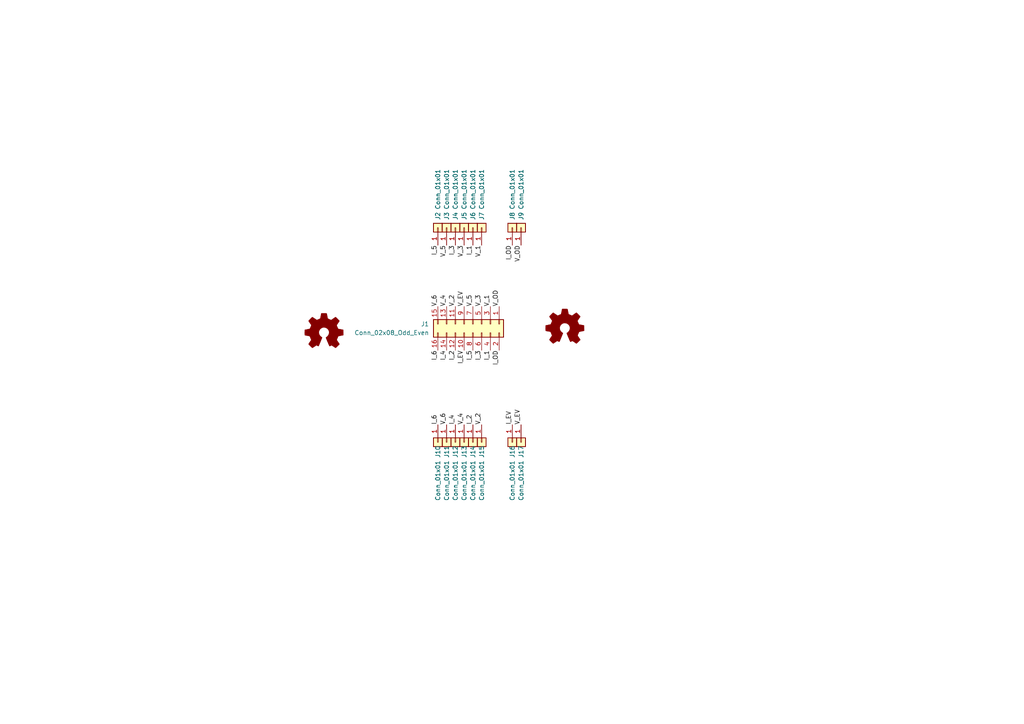
<source format=kicad_sch>
(kicad_sch (version 20250114) (generator "eeschema") (generator_version "9.0")
  (paper "A4")
  (lib_symbols
    (symbol "Connector_Generic:Conn_01x01" (pin_names (offset 1.016) (hide yes))
      (property "Reference" "J" (at 0 2.54 0))
      (property "Value" "Conn_01x01" (at 0 -2.54 0))
      (symbol "Conn_01x01_1_1"
        (rectangle (start -1.27 1.27) (end 1.27 -1.27) (stroke (width 0.254)) (fill (type background)))
        (rectangle (start -1.27 0.127) (end 0 -0.127) (stroke (width 0.1524)))
        (pin passive line (at -5.08 0 0) (length 3.81) (name "Pin_1") (number "1"))
      )
    )
    (symbol "Connector_Generic:Conn_02x08_Odd_Even" (pin_names (offset 1.016) (hide yes))
      (property "Reference" "J" (at 1.27 10.16 0))
      (property "Value" "Conn_02x08_Odd_Even" (at 1.27 -12.7 0))
      (symbol "Conn_02x08_Odd_Even_1_1"
        (rectangle (start -1.27 8.89) (end 3.81 -11.43) (stroke (width 0.254)) (fill (type background)))
        (rectangle (start -1.27 7.747) (end 0 7.493) (stroke (width 0.1524)))
        (rectangle (start -1.27 5.207) (end 0 4.953) (stroke (width 0.1524)))
        (rectangle (start -1.27 2.667) (end 0 2.413) (stroke (width 0.1524)))
        (rectangle (start -1.27 0.127) (end 0 -0.127) (stroke (width 0.1524)))
        (rectangle (start -1.27 -2.413) (end 0 -2.667) (stroke (width 0.1524)))
        (rectangle (start -1.27 -4.953) (end 0 -5.207) (stroke (width 0.1524)))
        (rectangle (start -1.27 -7.493) (end 0 -7.747) (stroke (width 0.1524)))
        (rectangle (start -1.27 -10.033) (end 0 -10.287) (stroke (width 0.1524)))
        (rectangle (start 3.81 7.747) (end 2.54 7.493) (stroke (width 0.1524)))
        (rectangle (start 3.81 5.207) (end 2.54 4.953) (stroke (width 0.1524)))
        (rectangle (start 3.81 2.667) (end 2.54 2.413) (stroke (width 0.1524)))
        (rectangle (start 3.81 0.127) (end 2.54 -0.127) (stroke (width 0.1524)))
        (rectangle (start 3.81 -2.413) (end 2.54 -2.667) (stroke (width 0.1524)))
        (rectangle (start 3.81 -4.953) (end 2.54 -5.207) (stroke (width 0.1524)))
        (rectangle (start 3.81 -7.493) (end 2.54 -7.747) (stroke (width 0.1524)))
        (rectangle (start 3.81 -10.033) (end 2.54 -10.287) (stroke (width 0.1524)))
        (pin passive line (at -5.08 7.62 0) (length 3.81) (name "Pin_1") (number "1"))
        (pin passive line (at -5.08 5.08 0) (length 3.81) (name "Pin_3") (number "3"))
        (pin passive line (at -5.08 2.54 0) (length 3.81) (name "Pin_5") (number "5"))
        (pin passive line (at -5.08 0 0) (length 3.81) (name "Pin_7") (number "7"))
        (pin passive line (at -5.08 -2.54 0) (length 3.81) (name "Pin_9") (number "9"))
        (pin passive line (at -5.08 -5.08 0) (length 3.81) (name "Pin_11") (number "11"))
        (pin passive line (at -5.08 -7.62 0) (length 3.81) (name "Pin_13") (number "13"))
        (pin passive line (at -5.08 -10.16 0) (length 3.81) (name "Pin_15") (number "15"))
        (pin passive line (at 7.62 7.62 180) (length 3.81) (name "Pin_2") (number "2"))
        (pin passive line (at 7.62 5.08 180) (length 3.81) (name "Pin_4") (number "4"))
        (pin passive line (at 7.62 2.54 180) (length 3.81) (name "Pin_6") (number "6"))
        (pin passive line (at 7.62 0 180) (length 3.81) (name "Pin_8") (number "8"))
        (pin passive line (at 7.62 -2.54 180) (length 3.81) (name "Pin_10") (number "10"))
        (pin passive line (at 7.62 -5.08 180) (length 3.81) (name "Pin_12") (number "12"))
        (pin passive line (at 7.62 -7.62 180) (length 3.81) (name "Pin_14") (number "14"))
        (pin passive line (at 7.62 -10.16 180) (length 3.81) (name "Pin_16") (number "16"))
      )
    )
    (symbol "Graphic:Logo_Open_Hardware_Small" (in_bom no) (on_board no)
      (symbol "Logo_Open_Hardware_Small_0_1"
        (polyline (pts (xy 3.3528 -4.3434) (xy 3.302 -4.318) (xy 3.175 -4.2418) (xy 2.9972 -4.1148) (xy 2.7686 -3.9624) (xy 2.54 -3.81) (xy 2.3622 -3.7084) (xy 2.2352 -3.6068) (xy 2.1844 -3.5814) (xy 2.159 -3.6068) (xy 2.0574 -3.6576) (xy 1.905 -3.7338) (xy 1.8034 -3.7846) (xy 1.6764 -3.8354) (xy 1.6002 -3.8354) (xy 1.6002 -3.8354) (xy 1.5494 -3.7338) (xy 1.4732 -3.5306) (xy 1.3462 -3.302) (xy 1.2446 -3.0226) (xy 1.1176 -2.7178) (xy 0.9652 -2.413) (xy 0.8636 -2.1082) (xy 0.7366 -1.8288) (xy 0.6604 -1.6256) (xy 0.6096 -1.4732) (xy 0.5842 -1.397) (xy 0.5842 -1.397) (xy 0.6604 -1.3208) (xy 0.7874 -1.2446) (xy 1.0414 -1.016) (xy 1.2954 -0.6858) (xy 1.4478 -0.3302) (xy 1.524 0.0762) (xy 1.4732 0.4572) (xy 1.3208 0.8128) (xy 1.0668 1.143) (xy 0.762 1.3716) (xy 0.4064 1.524) (xy 0 1.5748) (xy -0.381 1.5494) (xy -0.7366 1.397) (xy -1.0668 1.143) (xy -1.2192 0.9906) (xy -1.397 0.6604) (xy -1.524 0.3048) (xy -1.524 0.2286) (xy -1.4986 -0.1778) (xy -1.397 -0.5334) (xy -1.1938 -0.8636) (xy -0.9144 -1.143) (xy -0.8636 -1.1684) (xy -0.7366 -1.27) (xy -0.635 -1.3462) (xy -0.5842 -1.397) (xy -1.0668 -2.5908) (xy -1.143 -2.794) (xy -1.2954 -3.1242) (xy -1.397 -3.4036) (xy -1.4986 -3.6322) (xy -1.5748 -3.7846) (xy -1.6002 -3.8354) (xy -1.6002 -3.8354) (xy -1.651 -3.8354) (xy -1.7272 -3.81) (xy -1.905 -3.7338) (xy -2.0066 -3.683) (xy -2.1336 -3.6068) (xy -2.2098 -3.5814) (xy -2.2606 -3.6068) (xy -2.3622 -3.683) (xy -2.54 -3.81) (xy -2.7686 -3.9624) (xy -2.9718 -4.0894) (xy -3.1496 -4.2164) (xy -3.302 -4.318) (xy -3.3528 -4.3434) (xy -3.3782 -4.3434) (xy -3.429 -4.318) (xy -3.5306 -4.2164) (xy -3.7084 -4.064) (xy -3.937 -3.8354) (xy -3.9624 -3.81) (xy -4.1656 -3.6068) (xy -4.318 -3.4544) (xy -4.4196 -3.3274) (xy -4.445 -3.2766) (xy -4.445 -3.2766) (xy -4.4196 -3.2258) (xy -4.318 -3.0734) (xy -4.2164 -2.8956) (xy -4.064 -2.667) (xy -3.6576 -2.0828) (xy -3.8862 -1.5494) (xy -3.937 -1.3716) (xy -4.0386 -1.1684) (xy -4.0894 -1.0414) (xy -4.1148 -0.9652) (xy -4.191 -0.9398) (xy -4.318 -0.9144) (xy -4.5466 -0.8636) (xy -4.8006 -0.8128) (xy -5.0546 -0.7874) (xy -5.2578 -0.7366) (xy -5.4356 -0.7112) (xy -5.5118 -0.6858) (xy -5.5118 -0.6858) (xy -5.5372 -0.635) (xy -5.5372 -0.5588) (xy -5.5372 -0.4318) (xy -5.5626 -0.2286) (xy -5.5626 0.0762) (xy -5.5626 0.127) (xy -5.5372 0.4064) (xy -5.5372 0.635) (xy -5.5372 0.762) (xy -5.5372 0.8382) (xy -5.5372 0.8382) (xy -5.461 0.8382) (xy -5.3086 0.889) (xy -5.08 0.9144) (xy -4.826 0.9652) (xy -4.8006 0.9906) (xy -4.5466 1.0414) (xy -4.318 1.0668) (xy -4.1656 1.1176) (xy -4.0894 1.143) (xy -4.0894 1.143) (xy -4.0386 1.2446) (xy -3.9624 1.4224) (xy -3.8608 1.6256) (xy -3.7846 1.8288) (xy -3.7084 2.0066) (xy -3.6576 2.159) (xy -3.6322 2.2098) (xy -3.6322 2.2098) (xy -3.683 2.286) (xy -3.7592 2.413) (xy -3.8862 2.5908) (xy -4.064 2.8194) (xy -4.064 2.8448) (xy -4.2164 3.0734) (xy -4.3434 3.2512) (xy -4.4196 3.3782) (xy -4.445 3.4544) (xy -4.445 3.4544) (xy -4.3942 3.5052) (xy -4.2926 3.6322) (xy -4.1148 3.81) (xy -3.937 4.0132) (xy -3.8608 4.064) (xy -3.6576 4.2926) (xy -3.5052 4.4196) (xy -3.4036 4.4958) (xy -3.3528 4.5212) (xy -3.3528 4.5212) (xy -3.302 4.4704) (xy -3.1496 4.3688) (xy -2.9718 4.2418) (xy -2.7432 4.0894) (xy -2.7178 4.0894) (xy -2.4892 3.937) (xy -2.3114 3.81) (xy -2.1844 3.7084) (xy -2.1336 3.683) (xy -2.1082 3.683) (xy -2.032 3.7084) (xy -1.8542 3.7592) (xy -1.6764 3.8354) (xy -1.4732 3.937) (xy -1.27 4.0132) (xy -1.143 4.064) (xy -1.0668 4.1148) (xy -1.0668 4.1148) (xy -1.0414 4.191) (xy -1.016 4.3434) (xy -0.9652 4.572) (xy -0.9144 4.8514) (xy -0.889 4.9022) (xy -0.8382 5.1562) (xy -0.8128 5.3848) (xy -0.7874 5.5372) (xy -0.762 5.588) (xy -0.7112 5.6134) (xy -0.5842 5.6134) (xy -0.4064 5.6134) (xy -0.1524 5.6134) (xy 0.0762 5.6134) (xy 0.3302 5.6134) (xy 0.5334 5.6134) (xy 0.6858 5.588) (xy 0.7366 5.588) (xy 0.7366 5.588) (xy 0.762 5.5118) (xy 0.8128 5.334) (xy 0.8382 5.1054) (xy 0.9144 4.826) (xy 0.9144 4.7752) (xy 0.9652 4.5212) (xy 1.016 4.2926) (xy 1.0414 4.1402) (xy 1.0668 4.0894) (xy 1.0668 4.0894) (xy 1.1938 4.0386) (xy 1.3716 3.9624) (xy 1.5748 3.8608) (xy 2.0828 3.6576) (xy 2.7178 4.0894) (xy 2.7686 4.1402) (xy 2.9972 4.2926) (xy 3.175 4.4196) (xy 3.302 4.4958) (xy 3.3782 4.5212) (xy 3.3782 4.5212) (xy 3.429 4.4704) (xy 3.556 4.3434) (xy 3.7338 4.191) (xy 3.9116 3.9878) (xy 4.064 3.8354) (xy 4.2418 3.6576) (xy 4.3434 3.556) (xy 4.4196 3.4798) (xy 4.4196 3.429) (xy 4.4196 3.4036) (xy 4.3942 3.3274) (xy 4.2926 3.2004) (xy 4.1656 2.9972) (xy 4.0132 2.794) (xy 3.8862 2.5908) (xy 3.7592 2.3876) (xy 3.6576 2.2352) (xy 3.6322 2.159) (xy 3.6322 2.1336) (xy 3.683 2.0066) (xy 3.7592 1.8288) (xy 3.8608 1.6002) (xy 4.064 1.1176) (xy 4.3942 1.0414) (xy 4.5974 1.016) (xy 4.8768 0.9652) (xy 5.1308 0.9144) (xy 5.5372 0.8382) (xy 5.5626 -0.6604) (xy 5.4864 -0.6858) (xy 5.4356 -0.6858) (xy 5.2832 -0.7366) (xy 5.0546 -0.762) (xy 4.8006 -0.8128) (xy 4.5974 -0.8636) (xy 4.3688 -0.9144) (xy 4.2164 -0.9398) (xy 4.1402 -0.9398) (xy 4.1148 -0.9652) (xy 4.064 -1.0668) (xy 3.9878 -1.2446) (xy 3.9116 -1.4478) (xy 3.81 -1.651) (xy 3.7338 -1.8542) (xy 3.683 -2.0066) (xy 3.6576 -2.0828) (xy 3.683 -2.1336) (xy 3.7846 -2.2606) (xy 3.8862 -2.4638) (xy 4.0386 -2.667) (xy 4.191 -2.8956) (xy 4.318 -3.0734) (xy 4.3942 -3.2004) (xy 4.445 -3.2766) (xy 4.4196 -3.3274) (xy 4.3434 -3.429) (xy 4.1656 -3.5814) (xy 3.937 -3.8354) (xy 3.8862 -3.8608) (xy 3.683 -4.064) (xy 3.5306 -4.2164) (xy 3.4036 -4.318) (xy 3.3528 -4.3434)) (fill (type outline)))
      )
    )
  )
  (label "V_3" (at 139.7 88.9 90))
  (label "V_OD" (at 151.13 71.12 270))
  (label "I_6" (at 127 123.19 90))
  (label "I_EV" (at 148.59 123.19 90))
  (label "I_3" (at 132.08 71.12 270))
  (label "V_EV" (at 151.13 123.19 90))
  (label "V_OD" (at 144.78 88.9 90))
  (label "I_1" (at 142.24 101.6 270))
  (label "V_1" (at 142.24 88.9 90))
  (label "V_2" (at 139.7 123.19 90))
  (label "V_4" (at 129.54 88.9 90))
  (label "V_3" (at 134.62 71.12 270))
  (label "I_6" (at 127 101.6 270))
  (label "V_5" (at 129.54 71.12 270))
  (label "V_2" (at 132.08 88.9 90))
  (label "V_6" (at 129.54 123.19 90))
  (label "I_OD" (at 144.78 101.6 270))
  (label "I_4" (at 132.08 123.19 90))
  (label "I_OD" (at 148.59 71.12 270))
  (label "I_1" (at 137.16 71.12 270))
  (label "V_4" (at 134.62 123.19 90))
  (label "V_5" (at 137.16 88.9 90))
  (label "I_5" (at 127 71.12 270))
  (label "I_4" (at 129.54 101.6 270))
  (label "I_5" (at 137.16 101.6 270))
  (label "V_1" (at 139.7 71.12 270))
  (label "V_EV" (at 134.62 88.9 90))
  (label "I_EV" (at 134.62 101.6 270))
  (label "I_2" (at 132.08 101.6 270))
  (label "I_3" (at 139.7 101.6 270))
  (label "I_2" (at 137.16 123.19 90))
  (label "V_6" (at 127 88.9 90))
  (symbol (lib_id "Connector_Generic:Conn_01x01") (at 148.59 66.04 90) (unit 1)
    (property "Reference" "J8" (at 148.59 61.468 0) (effects (justify right)))
    (property "Value" "Conn_01x01" (at 148.59 49.022 0) (effects (justify right)))
    (property "Footprint" "custom_footprints:P13-4023+S13-503_OFF" (effects (hide yes)))
    (property "Description" "Generic connector, single row, 01x01, script generated (kicad-library-utils/schlib/autogen/connector/)" (effects (hide yes)))
  )
  (symbol (lib_id "Connector_Generic:Conn_01x01") (at 132.08 128.27 90) (mirror x) (unit 1)
    (property "Reference" "J12" (at 132.08 132.842 0) (effects (justify right)))
    (property "Value" "Conn_01x01" (at 132.08 145.288 0) (effects (justify right)))
    (property "Footprint" "custom_footprints:P13-4023+S13-503_OFF" (effects (hide yes)))
    (property "Description" "Generic connector, single row, 01x01, script generated (kicad-library-utils/schlib/autogen/connector/)" (effects (hide yes)))
  )
  (symbol (lib_id "Connector_Generic:Conn_01x01") (at 127 66.04 90) (unit 1)
    (property "Reference" "J2" (at 127 61.468 0) (effects (justify right)))
    (property "Value" "Conn_01x01" (at 127 49.022 0) (effects (justify right)))
    (property "Footprint" "custom_footprints:P13-4023+S13-503_OFF" (effects (hide yes)))
    (property "Description" "Generic connector, single row, 01x01, script generated (kicad-library-utils/schlib/autogen/connector/)" (effects (hide yes)))
  )
  (symbol (lib_id "Connector_Generic:Conn_01x01") (at 137.16 128.27 90) (mirror x) (unit 1)
    (property "Reference" "J14" (at 137.16 132.842 0) (effects (justify right)))
    (property "Value" "Conn_01x01" (at 137.16 145.288 0) (effects (justify right)))
    (property "Footprint" "custom_footprints:P13-4023+S13-503_OFF" (effects (hide yes)))
    (property "Description" "Generic connector, single row, 01x01, script generated (kicad-library-utils/schlib/autogen/connector/)" (effects (hide yes)))
  )
  (symbol (lib_id "Connector_Generic:Conn_01x01") (at 129.54 66.04 90) (unit 1)
    (property "Reference" "J3" (at 129.54 61.468 0) (effects (justify right)))
    (property "Value" "Conn_01x01" (at 129.54 49.022 0) (effects (justify right)))
    (property "Footprint" "custom_footprints:P13-4023+S13-503_OFF" (effects (hide yes)))
    (property "Description" "Generic connector, single row, 01x01, script generated (kicad-library-utils/schlib/autogen/connector/)" (effects (hide yes)))
  )
  (symbol (lib_id "Connector_Generic:Conn_01x01") (at 151.13 128.27 90) (mirror x) (unit 1)
    (property "Reference" "J17" (at 151.13 132.842 0) (effects (justify right)))
    (property "Value" "Conn_01x01" (at 151.13 145.288 0) (effects (justify right)))
    (property "Footprint" "custom_footprints:P13-4023+S13-503_OFF" (effects (hide yes)))
    (property "Description" "Generic connector, single row, 01x01, script generated (kicad-library-utils/schlib/autogen/connector/)" (effects (hide yes)))
  )
  (symbol (lib_id "Graphic:Logo_Open_Hardware_Small") (at 163.83 95.25 0) (unit 1) (in_bom no)
    (property "Reference" "SYM1" (effects (hide yes)))
    (property "Value" "Logo_Open_Hardware_Small" (effects (hide yes)))
    (property "Footprint" "custom_footprints:site_small" (effects (hide yes)))
    (property "Description" "Open Hardware logo, small" (effects (hide yes)))
    (property "Sim.Enable" "0" (effects (hide yes)))
  )
  (symbol (lib_id "Connector_Generic:Conn_02x08_Odd_Even") (at 137.16 93.98 270) (unit 1)
    (property "Reference" "J1" (at 124.46 93.9799 90) (effects (justify right)))
    (property "Value" "Conn_02x08_Odd_Even" (at 124.46 96.5199 90) (effects (justify right)))
    (property "Footprint" "Connector_IDC:IDC-Header_2x08_P2.54mm_Vertical" (effects (hide yes)))
    (property "Description" "Generic connector, double row, 02x08, odd/even pin numbering scheme (row 1 odd numbers, row 2 even numbers), script generated (kicad-library-utils/schlib/autogen/connector/)" (effects (hide yes)))
  )
  (symbol (lib_id "Connector_Generic:Conn_01x01") (at 127 128.27 90) (mirror x) (unit 1)
    (property "Reference" "J10" (at 127 132.842 0) (effects (justify right)))
    (property "Value" "Conn_01x01" (at 127 145.288 0) (effects (justify right)))
    (property "Footprint" "custom_footprints:P13-4023+S13-503_OFF" (effects (hide yes)))
    (property "Description" "Generic connector, single row, 01x01, script generated (kicad-library-utils/schlib/autogen/connector/)" (effects (hide yes)))
  )
  (symbol (lib_id "Connector_Generic:Conn_01x01") (at 139.7 128.27 90) (mirror x) (unit 1)
    (property "Reference" "J15" (at 139.7 132.842 0) (effects (justify right)))
    (property "Value" "Conn_01x01" (at 139.7 145.288 0) (effects (justify right)))
    (property "Footprint" "custom_footprints:P13-4023+S13-503_OFF" (effects (hide yes)))
    (property "Description" "Generic connector, single row, 01x01, script generated (kicad-library-utils/schlib/autogen/connector/)" (effects (hide yes)))
  )
  (symbol (lib_id "Connector_Generic:Conn_01x01") (at 134.62 66.04 90) (unit 1)
    (property "Reference" "J5" (at 134.62 61.468 0) (effects (justify right)))
    (property "Value" "Conn_01x01" (at 134.62 49.022 0) (effects (justify right)))
    (property "Footprint" "custom_footprints:P13-4023+S13-503_OFF" (effects (hide yes)))
    (property "Description" "Generic connector, single row, 01x01, script generated (kicad-library-utils/schlib/autogen/connector/)" (effects (hide yes)))
  )
  (symbol (lib_id "Connector_Generic:Conn_01x01") (at 137.16 66.04 90) (unit 1)
    (property "Reference" "J6" (at 137.16 61.468 0) (effects (justify right)))
    (property "Value" "Conn_01x01" (at 137.16 49.022 0) (effects (justify right)))
    (property "Footprint" "custom_footprints:P13-4023+S13-503_OFF" (effects (hide yes)))
    (property "Description" "Generic connector, single row, 01x01, script generated (kicad-library-utils/schlib/autogen/connector/)" (effects (hide yes)))
  )
  (symbol (lib_id "Connector_Generic:Conn_01x01") (at 134.62 128.27 90) (mirror x) (unit 1)
    (property "Reference" "J13" (at 134.62 132.842 0) (effects (justify right)))
    (property "Value" "Conn_01x01" (at 134.62 145.288 0) (effects (justify right)))
    (property "Footprint" "custom_footprints:P13-4023+S13-503_OFF" (effects (hide yes)))
    (property "Description" "Generic connector, single row, 01x01, script generated (kicad-library-utils/schlib/autogen/connector/)" (effects (hide yes)))
  )
  (symbol (lib_id "Graphic:Logo_Open_Hardware_Small") (at 93.98 96.52 0) (unit 1) (in_bom no)
    (property "Reference" "SYM2" (effects (hide yes)))
    (property "Value" "Logo_Open_Hardware_Small" (effects (hide yes)))
    (property "Footprint" "custom_footprints:site_small" (effects (hide yes)))
    (property "Description" "Open Hardware logo, small" (effects (hide yes)))
    (property "Sim.Enable" "0" (effects (hide yes)))
  )
  (symbol (lib_id "Connector_Generic:Conn_01x01") (at 129.54 128.27 90) (mirror x) (unit 1)
    (property "Reference" "J11" (at 129.54 132.842 0) (effects (justify right)))
    (property "Value" "Conn_01x01" (at 129.54 145.288 0) (effects (justify right)))
    (property "Footprint" "custom_footprints:P13-4023+S13-503_OFF" (effects (hide yes)))
    (property "Description" "Generic connector, single row, 01x01, script generated (kicad-library-utils/schlib/autogen/connector/)" (effects (hide yes)))
  )
  (symbol (lib_id "Connector_Generic:Conn_01x01") (at 151.13 66.04 90) (unit 1)
    (property "Reference" "J9" (at 151.13 61.468 0) (effects (justify right)))
    (property "Value" "Conn_01x01" (at 151.13 49.022 0) (effects (justify right)))
    (property "Footprint" "custom_footprints:P13-4023+S13-503_OFF" (effects (hide yes)))
    (property "Description" "Generic connector, single row, 01x01, script generated (kicad-library-utils/schlib/autogen/connector/)" (effects (hide yes)))
  )
  (symbol (lib_id "Connector_Generic:Conn_01x01") (at 139.7 66.04 90) (unit 1)
    (property "Reference" "J7" (at 139.7 61.468 0) (effects (justify right)))
    (property "Value" "Conn_01x01" (at 139.7 49.022 0) (effects (justify right)))
    (property "Footprint" "custom_footprints:P13-4023+S13-503_OFF" (effects (hide yes)))
    (property "Description" "Generic connector, single row, 01x01, script generated (kicad-library-utils/schlib/autogen/connector/)" (effects (hide yes)))
  )
  (symbol (lib_id "Connector_Generic:Conn_01x01") (at 132.08 66.04 90) (unit 1)
    (property "Reference" "J4" (at 132.08 61.468 0) (effects (justify right)))
    (property "Value" "Conn_01x01" (at 132.08 49.022 0) (effects (justify right)))
    (property "Footprint" "custom_footprints:P13-4023+S13-503_OFF" (effects (hide yes)))
    (property "Description" "Generic connector, single row, 01x01, script generated (kicad-library-utils/schlib/autogen/connector/)" (effects (hide yes)))
  )
  (symbol (lib_id "Connector_Generic:Conn_01x01") (at 148.59 128.27 90) (mirror x) (unit 1)
    (property "Reference" "J16" (at 148.59 132.842 0) (effects (justify right)))
    (property "Value" "Conn_01x01" (at 148.59 145.288 0) (effects (justify right)))
    (property "Footprint" "custom_footprints:P13-4023+S13-503_OFF" (effects (hide yes)))
    (property "Description" "Generic connector, single row, 01x01, script generated (kicad-library-utils/schlib/autogen/connector/)" (effects (hide yes)))
  )
)
</source>
